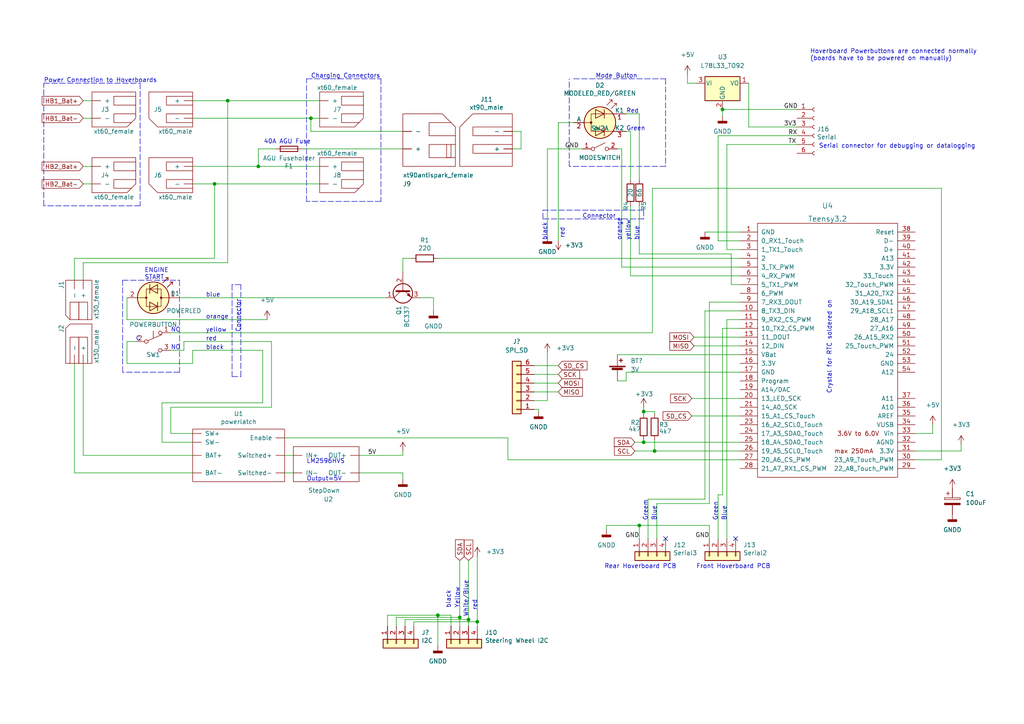
<source format=kicad_sch>
(kicad_sch (version 20211123) (generator eeschema)
  (paper "A4")
  (lib_symbols
    (symbol "Bobbycar_components:StepDown" (pin_names (offset 1.016))
      (property "Reference" "U" (at -1.27 0 0))
      (property "Value" "StepDown" (at 0 6.35 0))
      (symbol "StepDown_0_1"
        (rectangle (start -10.16 5.08) (end 8.89 -5.08))
      )
      (symbol "StepDown_1_1"
        (pin power_in line (at -10.16 2.54 0) (length 2.54) (name "IN+") (number "~"))
        (pin power_in line (at -10.16 -2.54 0) (length 2.54) (name "IN-") (number "~"))
        (pin power_out line (at 8.89 2.54 180) (length 2.54) (name "OUT+") (number "~"))
        (pin power_out line (at 8.89 -2.54 180) (length 2.54) (name "OUT-") (number "~"))
      )
    )
    (symbol "Bobbycar_components:powerlatch" (pin_names (offset 1.016))
      (property "Reference" "U" (at -1.27 6.35 0))
      (property "Value" "powerlatch" (at 0 10.16 0))
      (symbol "powerlatch_0_1"
        (rectangle (start -12.7 8.89) (end 13.97 -6.35))
      )
      (symbol "powerlatch_1_1"
        (pin power_in line (at -12.7 1.27 0) (length 2.54) (name "BAT+") (number "~"))
        (pin power_in line (at -12.7 -3.81 0) (length 2.54) (name "BAT-") (number "~"))
        (pin input line (at 13.97 6.35 180) (length 2.54) (name "Enable") (number "~"))
        (pin input line (at -12.7 7.62 0) (length 2.54) (name "SW+") (number "~"))
        (pin input line (at -12.7 5.08 0) (length 2.54) (name "SW-") (number "~"))
        (pin power_in line (at 13.97 1.27 180) (length 2.54) (name "Switched+") (number "~"))
        (pin power_in line (at 13.97 -3.81 180) (length 2.54) (name "Switched-") (number "~"))
      )
    )
    (symbol "Bobbycar_components:xt30_female" (pin_names (offset 1.016))
      (property "Reference" "J" (at 0 15.24 0))
      (property "Value" "xt30_female" (at 0 12.7 0))
      (symbol "xt30_female_0_1"
        (polyline (pts (xy -2.54 11.43) (xy -2.54 6.35) (xy 0 6.35) (xy 0 11.43)))
        (polyline (pts (xy 0 11.43) (xy 0 6.35) (xy 2.54 6.35) (xy 2.54 11.43)))
      )
      (symbol "xt30_female_1_1"
        (polyline (pts (xy -3.81 0) (xy 3.81 0) (xy 3.81 11.43) (xy -2.54 11.43) (xy -3.81 10.16) (xy -3.81 0)))
        (pin power_out line (at 1.27 0 90) (length 2.54) (name "+") (number "~"))
        (pin power_out line (at -1.27 0 90) (length 2.54) (name "-") (number "~"))
      )
    )
    (symbol "Bobbycar_components:xt30_male" (pin_names (offset 1.016))
      (property "Reference" "J" (at 0 16.51 0))
      (property "Value" "xt30_male" (at 0 13.97 0))
      (symbol "xt30_male_0_1"
        (polyline (pts (xy -2.54 0) (xy -2.54 7.62) (xy 0 7.62) (xy 0 0)))
        (polyline (pts (xy 0 0) (xy 0 7.62) (xy 2.54 7.62) (xy 2.54 0)))
        (polyline (pts (xy -3.81 0) (xy 3.81 0) (xy 3.81 11.43) (xy -2.54 11.43) (xy -3.81 10.16) (xy -3.81 0)))
      )
      (symbol "xt30_male_1_1"
        (pin power_in line (at 1.27 0 90) (length 2.54) (name "+") (number "~"))
        (pin power_in line (at -1.27 0 90) (length 2.54) (name "-") (number "~"))
      )
    )
    (symbol "Bobbycar_components:xt60_female" (pin_names (offset 1.016))
      (property "Reference" "J" (at 0 11.43 0))
      (property "Value" "xt60_female" (at 0 13.97 0))
      (symbol "xt60_female_0_1"
        (polyline (pts (xy -3.81 11.43) (xy -3.81 6.35) (xy -1.27 6.35) (xy -1.27 12.7)))
        (polyline (pts (xy 1.27 12.7) (xy 1.27 6.35) (xy 3.81 6.35) (xy 3.81 12.7)))
      )
      (symbol "xt60_female_1_1"
        (polyline (pts (xy -5.08 0) (xy -5.08 10.16) (xy -2.54 12.7) (xy 5.08 12.7) (xy 5.08 0) (xy -5.08 0)))
        (pin power_out line (at 2.54 0 90) (length 2.54) (name "+") (number "~"))
        (pin power_out line (at -2.54 0 90) (length 2.54) (name "-") (number "~"))
      )
    )
    (symbol "Bobbycar_components:xt60_male" (pin_names (offset 1.016))
      (property "Reference" "J" (at 0 11.43 0))
      (property "Value" "xt60_male" (at 0 13.97 0))
      (symbol "xt60_male_0_1"
        (polyline (pts (xy -3.81 0) (xy -3.81 7.62) (xy -1.27 7.62) (xy -1.27 0)))
        (polyline (pts (xy 1.27 0) (xy 1.27 7.62) (xy 3.81 7.62) (xy 3.81 0)))
        (polyline (pts (xy -5.08 0) (xy -5.08 10.16) (xy -2.54 12.7) (xy 5.08 12.7) (xy 5.08 0) (xy -5.08 0)))
      )
      (symbol "xt60_male_1_1"
        (pin power_in line (at 2.54 0 90) (length 2.54) (name "+") (number "~"))
        (pin power_in line (at -2.54 0 90) (length 2.54) (name "-") (number "~"))
      )
    )
    (symbol "Bobbycar_components:xt90_male" (pin_names (offset 1.016))
      (property "Reference" "J" (at 0 19.05 0))
      (property "Value" "xt90_male" (at 0 16.51 0))
      (symbol "xt90_male_0_1"
        (polyline (pts (xy -3.81 0) (xy -3.81 11.43) (xy -1.27 11.43) (xy -1.27 0)))
        (polyline (pts (xy 1.27 0) (xy 1.27 11.43) (xy 3.81 11.43) (xy 3.81 0)))
      )
      (symbol "xt90_male_1_1"
        (polyline (pts (xy -7.62 0) (xy 7.62 0) (xy 7.62 15.24) (xy -3.81 15.24) (xy -7.62 11.43) (xy -7.62 0)))
        (pin power_in line (at 2.54 0 90) (length 2.54) (name "+") (number "~"))
        (pin power_in line (at -2.54 0 90) (length 2.54) (name "-") (number "~"))
      )
    )
    (symbol "Bobbycar_components:xt90antispark_female" (pin_names (offset 1.016))
      (property "Reference" "J" (at 0 16.51 0))
      (property "Value" "xt90antispark_female" (at 1.27 19.05 0))
      (symbol "xt90antispark_female_0_1"
        (polyline (pts (xy -5.08 13.97) (xy -5.08 7.62) (xy -1.27 7.62) (xy -1.27 15.24)))
        (polyline (pts (xy 1.27 13.97) (xy 5.08 13.97) (xy 5.08 12.7) (xy 1.27 12.7)))
        (polyline (pts (xy 1.27 15.24) (xy 1.27 7.62) (xy 5.08 7.62) (xy 5.08 15.24)))
        (polyline (pts (xy -7.62 0) (xy 7.62 0) (xy 7.62 15.24) (xy -3.81 15.24) (xy -7.62 11.43) (xy -7.62 0)))
      )
      (symbol "xt90antispark_female_1_1"
        (pin power_out line (at 2.54 0 90) (length 2.54) (name "+") (number "~"))
        (pin power_out line (at -2.54 0 90) (length 2.54) (name "-") (number "~"))
      )
    )
    (symbol "Bobbycar_wiring-rescue:LED_Dual_2pin-Device" (pin_names (offset 0) hide)
      (property "Reference" "D" (at 0 5.715 0))
      (property "Value" "LED_Dual_2pin-Device" (at 0 -6.35 0))
      (symbol "LED_Dual_2pin-Device_0_1"
        (circle (center -2.032 0) (radius 0.254) (fill (type outline)))
        (polyline (pts (xy -4.572 0) (xy -2.54 0)))
        (polyline (pts (xy -2.032 0) (xy -2.54 0)))
        (polyline (pts (xy -1.016 3.81) (xy -1.016 1.27)) (stroke (width 0.2032)))
        (polyline (pts (xy 1.27 -1.27) (xy 1.27 -3.81)) (stroke (width 0.2032)))
        (polyline (pts (xy 4.064 0) (xy 2.286 0)) (fill (type outline)))
        (polyline (pts (xy 4.318 5.842) (xy 4.318 5.08)) (stroke (width 0.2032)))
        (polyline (pts (xy 5.588 4.572) (xy 5.588 3.81)) (stroke (width 0.2032)))
        (polyline (pts (xy 2.794 4.318) (xy 4.318 5.842) (xy 3.556 5.842)) (stroke (width 0.2032)))
        (polyline (pts (xy 4.064 3.048) (xy 5.588 4.572) (xy 4.826 4.572)) (stroke (width 0.2032)))
        (polyline (pts (xy -1.016 -1.27) (xy -1.016 -3.81) (xy 1.27 -2.54) (xy -1.016 -1.27)) (stroke (width 0.2032)))
        (polyline (pts (xy 1.27 3.81) (xy 1.27 1.27) (xy -1.016 2.54) (xy 1.27 3.81)) (stroke (width 0.2032)))
        (polyline (pts (xy 2.286 2.54) (xy -2.032 2.54) (xy -2.032 -2.54) (xy 2.286 -2.54) (xy 2.286 2.54)))
        (circle (center 0 0) (radius 4.572) (stroke (width 0.254)) (fill (type background)))
        (circle (center 2.286 0) (radius 0.254) (fill (type outline)))
      )
      (symbol "LED_Dual_2pin-Device_1_1"
        (pin input line (at 7.62 0 180) (length 3.81) (name "KA") (number "1"))
        (pin input line (at -7.62 0 0) (length 3.048) (name "AK") (number "2"))
      )
    )
    (symbol "Bobbycar_wiring-rescue:LED_Dual_CAC-Device" (pin_names (offset 0))
      (property "Reference" "D" (at 0 5.715 0))
      (property "Value" "LED_Dual_CAC-Device" (at 0 -6.35 0))
      (symbol "LED_Dual_CAC-Device_0_1"
        (circle (center -2.54 0) (radius 0.2794) (fill (type outline)))
        (polyline (pts (xy -4.572 0) (xy -2.54 0)))
        (polyline (pts (xy 1.27 -1.27) (xy 1.27 -3.81)) (stroke (width 0.2032)))
        (polyline (pts (xy 1.27 3.81) (xy 1.27 1.27)) (stroke (width 0.2032)))
        (polyline (pts (xy 3.81 -2.54) (xy 1.905 -2.54)))
        (polyline (pts (xy 3.81 2.54) (xy 1.905 2.54)))
        (polyline (pts (xy -1.27 -1.27) (xy -1.27 -3.81) (xy 1.27 -2.54) (xy -1.27 -1.27)) (stroke (width 0.2032)))
        (polyline (pts (xy -1.27 3.81) (xy -1.27 1.27) (xy 1.27 2.54) (xy -1.27 3.81)) (stroke (width 0.2032)))
        (polyline (pts (xy 2.032 2.54) (xy -2.54 2.54) (xy -2.54 -2.54) (xy 2.032 -2.54)))
        (polyline (pts (xy 2.032 5.08) (xy 3.556 6.604) (xy 2.794 6.604) (xy 3.556 6.604) (xy 3.556 5.842)))
        (polyline (pts (xy 3.302 4.064) (xy 4.826 5.588) (xy 4.064 5.588) (xy 4.826 5.588) (xy 4.826 4.826)))
        (circle (center 0 0) (radius 4.572) (stroke (width 0.254)) (fill (type background)))
      )
      (symbol "LED_Dual_CAC-Device_1_1"
        (pin input line (at 7.62 2.54 180) (length 3.81) (name "K1") (number "1"))
        (pin input line (at -7.62 0 0) (length 3.048) (name "A") (number "2"))
        (pin input line (at 7.62 -2.54 180) (length 3.81) (name "K2") (number "3"))
      )
    )
    (symbol "Bobbycar_wiring-rescue:SW_DPST_x2-Switch" (pin_names (offset 0) hide)
      (property "Reference" "SW" (at 0 3.175 0))
      (property "Value" "SW_DPST_x2-Switch" (at 0 -2.54 0))
      (symbol "SW_DPST_x2-Switch_0_0"
        (circle (center -2.032 0) (radius 0.508))
        (polyline (pts (xy -1.524 0.254) (xy 1.524 1.778)))
        (circle (center 2.032 0) (radius 0.508))
      )
      (symbol "SW_DPST_x2-Switch_1_1"
        (pin passive line (at -5.08 0 0) (length 2.54) (name "A") (number "1"))
        (pin passive line (at 5.08 0 180) (length 2.54) (name "B") (number "2"))
      )
      (symbol "SW_DPST_x2-Switch_2_1"
        (pin input line (at -5.08 0 0) (length 2.54) (name "A") (number "3"))
        (pin input line (at 5.08 0 180) (length 2.54) (name "B") (number "4"))
      )
    )
    (symbol "Connector:Conn_01x06_Female" (pin_names (offset 1.016) hide)
      (property "Reference" "J" (at 0 7.62 0))
      (property "Value" "Conn_01x06_Female" (at 0 -10.16 0))
      (symbol "Conn_01x06_Female_1_1"
        (arc (start 0 -7.112) (mid -0.508 -7.62) (end 0 -8.128) (stroke (width 0.1524)))
        (arc (start 0 -4.572) (mid -0.508 -5.08) (end 0 -5.588) (stroke (width 0.1524)))
        (arc (start 0 -2.032) (mid -0.508 -2.54) (end 0 -3.048) (stroke (width 0.1524)))
        (polyline (pts (xy -1.27 -7.62) (xy -0.508 -7.62)) (stroke (width 0.1524)))
        (polyline (pts (xy -1.27 -5.08) (xy -0.508 -5.08)) (stroke (width 0.1524)))
        (polyline (pts (xy -1.27 -2.54) (xy -0.508 -2.54)) (stroke (width 0.1524)))
        (polyline (pts (xy -1.27 0) (xy -0.508 0)) (stroke (width 0.1524)))
        (polyline (pts (xy -1.27 2.54) (xy -0.508 2.54)) (stroke (width 0.1524)))
        (polyline (pts (xy -1.27 5.08) (xy -0.508 5.08)) (stroke (width 0.1524)))
        (arc (start 0 0.508) (mid -0.508 0) (end 0 -0.508) (stroke (width 0.1524)))
        (arc (start 0 3.048) (mid -0.508 2.54) (end 0 2.032) (stroke (width 0.1524)))
        (arc (start 0 5.588) (mid -0.508 5.08) (end 0 4.572) (stroke (width 0.1524)))
        (pin passive line (at -5.08 5.08 0) (length 3.81) (name "Pin_1") (number "1"))
        (pin passive line (at -5.08 2.54 0) (length 3.81) (name "Pin_2") (number "2"))
        (pin passive line (at -5.08 0 0) (length 3.81) (name "Pin_3") (number "3"))
        (pin passive line (at -5.08 -2.54 0) (length 3.81) (name "Pin_4") (number "4"))
        (pin passive line (at -5.08 -5.08 0) (length 3.81) (name "Pin_5") (number "5"))
        (pin passive line (at -5.08 -7.62 0) (length 3.81) (name "Pin_6") (number "6"))
      )
    )
    (symbol "Connector_Generic:Conn_01x04" (pin_names (offset 1.016) hide)
      (property "Reference" "J" (at 0 5.08 0))
      (property "Value" "Conn_01x04" (at 0 -7.62 0))
      (symbol "Conn_01x04_1_1"
        (rectangle (start -1.27 -4.953) (end 0 -5.207) (stroke (width 0.1524)))
        (rectangle (start -1.27 -2.413) (end 0 -2.667) (stroke (width 0.1524)))
        (rectangle (start -1.27 0.127) (end 0 -0.127) (stroke (width 0.1524)))
        (rectangle (start -1.27 2.667) (end 0 2.413) (stroke (width 0.1524)))
        (rectangle (start -1.27 3.81) (end 1.27 -6.35) (stroke (width 0.254)) (fill (type background)))
        (pin passive line (at -5.08 2.54 0) (length 3.81) (name "Pin_1") (number "1"))
        (pin passive line (at -5.08 0 0) (length 3.81) (name "Pin_2") (number "2"))
        (pin passive line (at -5.08 -2.54 0) (length 3.81) (name "Pin_3") (number "3"))
        (pin passive line (at -5.08 -5.08 0) (length 3.81) (name "Pin_4") (number "4"))
      )
    )
    (symbol "Connector_Generic:Conn_01x06" (pin_names (offset 1.016) hide)
      (property "Reference" "J" (at 0 7.62 0))
      (property "Value" "Conn_01x06" (at 0 -10.16 0))
      (symbol "Conn_01x06_1_1"
        (rectangle (start -1.27 -7.493) (end 0 -7.747) (stroke (width 0.1524)))
        (rectangle (start -1.27 -4.953) (end 0 -5.207) (stroke (width 0.1524)))
        (rectangle (start -1.27 -2.413) (end 0 -2.667) (stroke (width 0.1524)))
        (rectangle (start -1.27 0.127) (end 0 -0.127) (stroke (width 0.1524)))
        (rectangle (start -1.27 2.667) (end 0 2.413) (stroke (width 0.1524)))
        (rectangle (start -1.27 5.207) (end 0 4.953) (stroke (width 0.1524)))
        (rectangle (start -1.27 6.35) (end 1.27 -8.89) (stroke (width 0.254)) (fill (type background)))
        (pin passive line (at -5.08 5.08 0) (length 3.81) (name "Pin_1") (number "1"))
        (pin passive line (at -5.08 2.54 0) (length 3.81) (name "Pin_2") (number "2"))
        (pin passive line (at -5.08 0 0) (length 3.81) (name "Pin_3") (number "3"))
        (pin passive line (at -5.08 -2.54 0) (length 3.81) (name "Pin_4") (number "4"))
        (pin passive line (at -5.08 -5.08 0) (length 3.81) (name "Pin_5") (number "5"))
        (pin passive line (at -5.08 -7.62 0) (length 3.81) (name "Pin_6") (number "6"))
      )
    )
    (symbol "Device:Battery_Cell" (pin_numbers hide) (pin_names (offset 0) hide)
      (property "Reference" "BT" (at 2.54 2.54 0))
      (property "Value" "Battery_Cell" (at 2.54 0 0))
      (symbol "Battery_Cell_0_1"
        (rectangle (start -2.286 1.778) (end 2.286 1.524) (fill (type outline)))
        (rectangle (start -1.5748 1.1938) (end 1.4732 0.6858) (fill (type outline)))
        (polyline (pts (xy 0 0.762) (xy 0 0)))
        (polyline (pts (xy 0 1.778) (xy 0 2.54)))
        (polyline (pts (xy 0.508 3.429) (xy 1.524 3.429)) (stroke (width 0.254)))
        (polyline (pts (xy 1.016 3.937) (xy 1.016 2.921)) (stroke (width 0.254)))
      )
      (symbol "Battery_Cell_1_1"
        (pin passive line (at 0 5.08 270) (length 2.54) (name "+") (number "1"))
        (pin passive line (at 0 -2.54 90) (length 2.54) (name "-") (number "2"))
      )
    )
    (symbol "Device:C_Polarized" (pin_numbers hide) (pin_names (offset 0.254))
      (property "Reference" "C" (at 0.635 2.54 0))
      (property "Value" "C_Polarized" (at 0.635 -2.54 0))
      (symbol "C_Polarized_0_1"
        (rectangle (start -2.286 0.508) (end 2.286 1.016))
        (polyline (pts (xy -1.778 2.286) (xy -0.762 2.286)))
        (polyline (pts (xy -1.27 2.794) (xy -1.27 1.778)))
        (rectangle (start 2.286 -0.508) (end -2.286 -1.016) (fill (type outline)))
      )
      (symbol "C_Polarized_1_1"
        (pin passive line (at 0 3.81 270) (length 2.794) (name "~") (number "1"))
        (pin passive line (at 0 -3.81 90) (length 2.794) (name "~") (number "2"))
      )
    )
    (symbol "Device:Fuse" (pin_numbers hide) (pin_names (offset 0))
      (property "Reference" "F" (at 2.032 0 90))
      (property "Value" "Fuse" (at -1.905 0 90))
      (symbol "Fuse_0_1"
        (rectangle (start -0.762 -2.54) (end 0.762 2.54) (stroke (width 0.254)))
        (polyline (pts (xy 0 2.54) (xy 0 -2.54)))
      )
      (symbol "Fuse_1_1"
        (pin passive line (at 0 3.81 270) (length 1.27) (name "~") (number "1"))
        (pin passive line (at 0 -3.81 90) (length 1.27) (name "~") (number "2"))
      )
    )
    (symbol "Device:R" (pin_numbers hide) (pin_names (offset 0))
      (property "Reference" "R" (at 2.032 0 90))
      (property "Value" "R" (at 0 0 90))
      (symbol "R_0_1"
        (rectangle (start -1.016 -2.54) (end 1.016 2.54) (stroke (width 0.254)))
      )
      (symbol "R_1_1"
        (pin passive line (at 0 3.81 270) (length 1.27) (name "~") (number "1"))
        (pin passive line (at 0 -3.81 90) (length 1.27) (name "~") (number "2"))
      )
    )
    (symbol "Regulator_Linear:L78L33_TO92" (pin_names (offset 0.254))
      (property "Reference" "U" (at -3.81 3.175 0))
      (property "Value" "L78L33_TO92" (at 0 3.175 0))
      (symbol "L78L33_TO92_0_1"
        (rectangle (start -5.08 -5.08) (end 5.08 1.905) (stroke (width 0.254)) (fill (type background)))
      )
      (symbol "L78L33_TO92_1_1"
        (pin power_out line (at 7.62 0 180) (length 2.54) (name "VO") (number "1"))
        (pin power_in line (at 0 -7.62 90) (length 2.54) (name "GND") (number "2"))
        (pin power_in line (at -7.62 0 0) (length 2.54) (name "VI") (number "3"))
      )
    )
    (symbol "Switch:SW_Push_SPDT" (pin_names (offset 0) hide)
      (property "Reference" "SW" (at 0 4.318 0))
      (property "Value" "SW_Push_SPDT" (at 0 -5.08 0))
      (symbol "SW_Push_SPDT_0_0"
        (circle (center -2.032 0) (radius 0.508))
        (polyline (pts (xy 0 1.016) (xy 0 3.048)))
        (circle (center 2.032 -2.54) (radius 0.508))
      )
      (symbol "SW_Push_SPDT_0_1"
        (polyline (pts (xy -1.524 0.254) (xy 2.54 2.032)))
        (circle (center 2.032 2.54) (radius 0.508))
      )
      (symbol "SW_Push_SPDT_1_1"
        (pin passive line (at 5.08 2.54 180) (length 2.54) (name "A") (number "1"))
        (pin passive line (at -5.08 0 0) (length 2.54) (name "B") (number "2"))
        (pin passive line (at 5.08 -2.54 180) (length 2.54) (name "C") (number "3"))
      )
    )
    (symbol "Transistor_BJT:BC337" (pin_names (offset 0) hide)
      (property "Reference" "Q" (at 5.08 1.905 0))
      (property "Value" "BC337" (at 5.08 0 0))
      (symbol "BC337_0_1"
        (polyline (pts (xy 0 0) (xy 0.635 0)))
        (polyline (pts (xy 0.635 0.635) (xy 2.54 2.54)))
        (polyline (pts (xy 0.635 -0.635) (xy 2.54 -2.54) (xy 2.54 -2.54)))
        (polyline (pts (xy 0.635 1.905) (xy 0.635 -1.905) (xy 0.635 -1.905)) (stroke (width 0.508)))
        (polyline (pts (xy 1.27 -1.778) (xy 1.778 -1.27) (xy 2.286 -2.286) (xy 1.27 -1.778) (xy 1.27 -1.778)) (fill (type outline)))
        (circle (center 1.27 0) (radius 2.8194) (stroke (width 0.254)))
      )
      (symbol "BC337_1_1"
        (pin passive line (at 2.54 5.08 270) (length 2.54) (name "C") (number "1"))
        (pin input line (at -5.08 0 0) (length 5.08) (name "B") (number "2"))
        (pin passive line (at 2.54 -5.08 90) (length 2.54) (name "E") (number "3"))
      )
    )
    (symbol "power:+3V3" (power) (pin_names (offset 0))
      (property "Value" "+3V3" (at 0 3.556 0))
      (symbol "+3V3_0_1"
        (polyline (pts (xy -0.762 1.27) (xy 0 2.54)))
        (polyline (pts (xy 0 0) (xy 0 2.54)))
        (polyline (pts (xy 0 2.54) (xy 0.762 1.27)))
      )
      (symbol "+3V3_1_1"
        (pin power_in line (at 0 0 90) (length 0) hide (name "+3V3") (number "1"))
      )
    )
    (symbol "power:+5V" (power) (pin_names (offset 0))
      (property "Value" "+5V" (at 0 3.556 0))
      (symbol "+5V_0_1"
        (polyline (pts (xy -0.762 1.27) (xy 0 2.54)))
        (polyline (pts (xy 0 0) (xy 0 2.54)))
        (polyline (pts (xy 0 2.54) (xy 0.762 1.27)))
      )
      (symbol "+5V_1_1"
        (pin power_in line (at 0 0 90) (length 0) hide (name "+5V") (number "1"))
      )
    )
    (symbol "power:GNDD" (power) (pin_names (offset 0))
      (property "Value" "GNDD" (at 0 -3.175 0))
      (symbol "GNDD_0_1"
        (rectangle (start -1.27 -1.524) (end 1.27 -2.032) (stroke (width 0.254)) (fill (type outline)))
        (polyline (pts (xy 0 0) (xy 0 -1.524)))
      )
      (symbol "GNDD_1_1"
        (pin power_in line (at 0 0 270) (length 0) hide (name "GNDD") (number "1"))
      )
    )
    (symbol "teensy:Teensy3.2" (pin_names (offset 1.016))
      (property "Reference" "U" (at 0 39.37 0))
      (property "Value" "Teensy3.2" (at 0 -39.37 0))
      (symbol "Teensy3.2_0_0"
        (text "3.6V to 6.0V" (at 8.89 -24.13 0) (effects (font (size 1.27 1.27))))
        (text "max 250mA" (at 7.62 -29.21 0) (effects (font (size 1.27 1.27))))
      )
      (symbol "Teensy3.2_0_1"
        (rectangle (start -20.32 -36.83) (end 20.32 36.83))
      )
      (symbol "Teensy3.2_1_1"
        (pin power_in line (at -25.4 34.29 0) (length 5.08) (name "GND") (number "1"))
        (pin bidirectional line (at -25.4 11.43 0) (length 5.08) (name "8_TX3_DIN") (number "10"))
        (pin bidirectional line (at -25.4 8.89 0) (length 5.08) (name "9_RX2_CS_PWM") (number "11"))
        (pin bidirectional line (at -25.4 6.35 0) (length 5.08) (name "10_TX2_CS_PWM") (number "12"))
        (pin bidirectional line (at -25.4 3.81 0) (length 5.08) (name "11_DOUT") (number "13"))
        (pin bidirectional line (at -25.4 1.27 0) (length 5.08) (name "12_DIN") (number "14"))
        (pin power_in line (at -25.4 -1.27 0) (length 5.08) (name "VBat") (number "15"))
        (pin power_out line (at -25.4 -3.81 0) (length 5.08) (name "3.3V") (number "16"))
        (pin power_in line (at -25.4 -6.35 0) (length 5.08) (name "GND") (number "17"))
        (pin input line (at -25.4 -8.89 0) (length 5.08) (name "Program") (number "18"))
        (pin bidirectional line (at -25.4 -11.43 0) (length 5.08) (name "A14/DAC") (number "19"))
        (pin bidirectional line (at -25.4 31.75 0) (length 5.08) (name "0_RX1_Touch") (number "2"))
        (pin bidirectional line (at -25.4 -13.97 0) (length 5.08) (name "13_LED_SCK") (number "20"))
        (pin bidirectional line (at -25.4 -16.51 0) (length 5.08) (name "14_A0_SCK") (number "21"))
        (pin bidirectional line (at -25.4 -19.05 0) (length 5.08) (name "15_A1_CS_Touch") (number "22"))
        (pin bidirectional line (at -25.4 -21.59 0) (length 5.08) (name "16_A2_SCL0_Touch") (number "23"))
        (pin bidirectional line (at -25.4 -24.13 0) (length 5.08) (name "17_A3_SDA0_Touch") (number "24"))
        (pin bidirectional line (at -25.4 -26.67 0) (length 5.08) (name "18_A4_SDA0_Touch") (number "25"))
        (pin bidirectional line (at -25.4 -29.21 0) (length 5.08) (name "19_A5_SCL0_Touch") (number "26"))
        (pin bidirectional line (at -25.4 -31.75 0) (length 5.08) (name "20_A6_CS_PWM") (number "27"))
        (pin bidirectional line (at -25.4 -34.29 0) (length 5.08) (name "21_A7_RX1_CS_PWM") (number "28"))
        (pin bidirectional line (at 25.4 -34.29 180) (length 5.08) (name "22_A8_Touch_PWM") (number "29"))
        (pin bidirectional line (at -25.4 29.21 0) (length 5.08) (name "1_TX1_Touch") (number "3"))
        (pin bidirectional line (at 25.4 -31.75 180) (length 5.08) (name "23_A9_Touch_PWM") (number "30"))
        (pin power_out line (at 25.4 -29.21 180) (length 5.08) (name "3.3V") (number "31"))
        (pin power_out line (at 25.4 -26.67 180) (length 5.08) (name "AGND") (number "32"))
        (pin power_in line (at 25.4 -24.13 180) (length 5.08) (name "Vin") (number "33"))
        (pin power_in line (at 25.4 -21.59 180) (length 5.08) (name "VUSB") (number "34"))
        (pin input line (at 25.4 -19.05 180) (length 5.08) (name "AREF") (number "35"))
        (pin bidirectional line (at 25.4 -16.51 180) (length 5.08) (name "A10") (number "36"))
        (pin bidirectional line (at 25.4 -13.97 180) (length 5.08) (name "A11") (number "37"))
        (pin input line (at 25.4 34.29 180) (length 5.08) (name "Reset") (number "38"))
        (pin bidirectional line (at 25.4 31.75 180) (length 5.08) (name "D-") (number "39"))
        (pin bidirectional line (at -25.4 26.67 0) (length 5.08) (name "2") (number "4"))
        (pin bidirectional line (at 25.4 29.21 180) (length 5.08) (name "D+") (number "40"))
        (pin bidirectional line (at 25.4 26.67 180) (length 5.08) (name "A13") (number "41"))
        (pin power_out line (at 25.4 24.13 180) (length 5.08) (name "3.3V") (number "42"))
        (pin bidirectional line (at 25.4 21.59 180) (length 5.08) (name "33_Touch") (number "43"))
        (pin bidirectional line (at 25.4 19.05 180) (length 5.08) (name "32_Touch_PWM") (number "44"))
        (pin bidirectional line (at 25.4 16.51 180) (length 5.08) (name "31_A20_TX2") (number "45"))
        (pin bidirectional line (at 25.4 13.97 180) (length 5.08) (name "30_A19_SDA1") (number "46"))
        (pin bidirectional line (at 25.4 11.43 180) (length 5.08) (name "29_A18_SCL1") (number "47"))
        (pin bidirectional line (at 25.4 8.89 180) (length 5.08) (name "28_A17") (number "48"))
        (pin bidirectional line (at 25.4 6.35 180) (length 5.08) (name "27_A16") (number "49"))
        (pin bidirectional line (at -25.4 24.13 0) (length 5.08) (name "3_TX_PWM") (number "5"))
        (pin bidirectional line (at 25.4 3.81 180) (length 5.08) (name "26_A15_RX2") (number "50"))
        (pin bidirectional line (at 25.4 1.27 180) (length 5.08) (name "25_Touch_PWM") (number "51"))
        (pin bidirectional line (at 25.4 -1.27 180) (length 5.08) (name "24") (number "52"))
        (pin power_in line (at 25.4 -3.81 180) (length 5.08) (name "GND") (number "53"))
        (pin bidirectional line (at 25.4 -6.35 180) (length 5.08) (name "A12") (number "54"))
        (pin bidirectional line (at -25.4 21.59 0) (length 5.08) (name "4_RX_PWM") (number "6"))
        (pin bidirectional line (at -25.4 19.05 0) (length 5.08) (name "5_TX1_PWM") (number "7"))
        (pin bidirectional line (at -25.4 16.51 0) (length 5.08) (name "6_PWM") (number "8"))
        (pin bidirectional line (at -25.4 13.97 0) (length 5.08) (name "7_RX3_DOUT") (number "9"))
      )
    )
  )
  (junction (at 62.23 53.34))
  (junction (at 135.89 179.705))
  (junction (at 186.69 128.27))
  (junction (at 90.17 34.29))
  (junction (at 185.42 152.4))
  (junction (at 186.69 119.38))
  (junction (at 127 178.435))
  (junction (at 74.93 48.26))
  (junction (at 189.865 130.81))
  (junction (at 209.55 31.75))
  (junction (at 138.43 180.34))
  (junction (at 133.35 179.07))
  (junction (at 66.04 29.21))
  (no_connect (at 213.36 156.21))
  (no_connect (at 193.04 156.21))
  (wire (pts (xy 85.09 132.08) (xy 82.55 132.08)))
  (wire (pts (xy 55.88 101.6) (xy 76.2 101.6)))
  (wire (pts (xy 62.23 53.34) (xy 62.23 74.93)))
  (wire (pts (xy 158.75 43.18) (xy 158.75 68.58)))
  (wire (pts (xy 181.61 38.1) (xy 182.88 38.1)))
  (wire (pts (xy 151.13 43.18) (xy 148.59 43.18)))
  (wire (pts (xy 74.93 43.18) (xy 74.93 48.26)))
  (wire (pts (xy 127 178.435) (xy 112.395 178.435)))
  (polyline (pts (xy 12.7 59.69) (xy 12.7 24.13)))
  (wire (pts (xy 265.43 125.73) (xy 270.51 125.73)))
  (wire (pts (xy 133.35 162.56) (xy 133.35 179.07)))
  (wire (pts (xy 135.89 162.56) (xy 135.89 179.705)))
  (wire (pts (xy 189.865 119.38) (xy 189.865 120.015)))
  (wire (pts (xy 49.53 118.11) (xy 49.53 125.73)))
  (wire (pts (xy 55.88 125.73) (xy 49.53 125.73)))
  (polyline (pts (xy 67.31 82.55) (xy 67.31 109.22)))
  (wire (pts (xy 21.59 137.16) (xy 21.59 105.41)))
  (wire (pts (xy 26.67 53.34) (xy 24.13 53.34)))
  (wire (pts (xy 24.13 48.26) (xy 26.67 48.26)))
  (wire (pts (xy 186.69 118.11) (xy 186.69 119.38)))
  (wire (pts (xy 265.43 130.81) (xy 278.765 130.81)))
  (wire (pts (xy 209.55 95.25) (xy 209.55 143.51)))
  (wire (pts (xy 66.04 29.21) (xy 66.04 76.2)))
  (wire (pts (xy 127 74.93) (xy 214.63 74.93)))
  (polyline (pts (xy 52.07 81.28) (xy 52.07 107.95)))
  (wire (pts (xy 214.63 82.55) (xy 212.09 82.55)))
  (wire (pts (xy 212.09 73.66) (xy 185.42 73.66)))
  (polyline (pts (xy 186.69 60.96) (xy 186.69 63.5)))
  (wire (pts (xy 112.395 178.435) (xy 112.395 181.61)))
  (wire (pts (xy 154.94 118.745) (xy 156.21 118.745)))
  (polyline (pts (xy 40.64 24.13) (xy 40.64 59.69)))
  (wire (pts (xy 148.59 38.1) (xy 151.13 38.1)))
  (wire (pts (xy 161.925 35.56) (xy 161.925 69.85)))
  (wire (pts (xy 55.88 105.41) (xy 55.88 101.6)))
  (wire (pts (xy 185.42 152.4) (xy 185.42 156.21)))
  (wire (pts (xy 209.55 31.75) (xy 209.55 33.655)))
  (wire (pts (xy 209.55 143.51) (xy 208.28 143.51)))
  (wire (pts (xy 62.23 53.34) (xy 92.71 53.34)))
  (wire (pts (xy 24.13 76.2) (xy 24.13 81.28)))
  (wire (pts (xy 158.75 43.18) (xy 168.91 43.18)))
  (wire (pts (xy 154.94 108.585) (xy 161.925 108.585)))
  (wire (pts (xy 78.74 118.11) (xy 49.53 118.11)))
  (wire (pts (xy 154.94 111.125) (xy 161.925 111.125)))
  (wire (pts (xy 199.39 24.13) (xy 199.39 21.59)))
  (wire (pts (xy 24.13 132.08) (xy 55.88 132.08)))
  (wire (pts (xy 76.2 101.6) (xy 76.2 116.84)))
  (wire (pts (xy 87.63 43.18) (xy 116.84 43.18)))
  (wire (pts (xy 66.04 29.21) (xy 92.71 29.21)))
  (wire (pts (xy 135.89 179.705) (xy 117.475 179.705)))
  (polyline (pts (xy 157.48 60.96) (xy 186.69 60.96)))
  (wire (pts (xy 270.51 125.73) (xy 270.51 123.19)))
  (wire (pts (xy 214.63 77.47) (xy 180.34 77.47)))
  (wire (pts (xy 278.765 130.81) (xy 278.765 128.905)))
  (wire (pts (xy 90.17 38.1) (xy 90.17 34.29)))
  (wire (pts (xy 205.74 146.05) (xy 205.74 87.63)))
  (wire (pts (xy 116.84 130.81) (xy 116.84 132.08)))
  (wire (pts (xy 190.5 156.21) (xy 190.5 146.05)))
  (wire (pts (xy 214.63 133.35) (xy 147.32 133.35)))
  (wire (pts (xy 184.15 128.27) (xy 186.69 128.27)))
  (wire (pts (xy 133.35 179.07) (xy 133.35 181.61)))
  (wire (pts (xy 189.23 54.61) (xy 189.23 96.52)))
  (wire (pts (xy 36.83 92.71) (xy 36.83 86.36)))
  (wire (pts (xy 119.38 74.93) (xy 116.84 74.93)))
  (wire (pts (xy 130.81 178.435) (xy 127 178.435)))
  (wire (pts (xy 205.74 152.4) (xy 205.74 156.21)))
  (wire (pts (xy 36.83 99.06) (xy 36.83 105.41)))
  (wire (pts (xy 76.2 116.84) (xy 46.99 116.84)))
  (wire (pts (xy 116.84 74.93) (xy 116.84 78.74)))
  (wire (pts (xy 138.43 180.34) (xy 138.43 181.61)))
  (wire (pts (xy 120.015 181.61) (xy 120.015 180.34)))
  (wire (pts (xy 217.17 24.13) (xy 217.17 36.83)))
  (wire (pts (xy 55.88 29.21) (xy 66.04 29.21)))
  (wire (pts (xy 24.13 29.21) (xy 26.67 29.21)))
  (wire (pts (xy 117.475 179.705) (xy 117.475 181.61)))
  (wire (pts (xy 182.88 59.69) (xy 182.88 80.01)))
  (wire (pts (xy 209.55 31.75) (xy 231.14 31.75)))
  (polyline (pts (xy 69.85 109.22) (xy 69.85 82.55)))
  (wire (pts (xy 182.88 38.1) (xy 182.88 52.07)))
  (wire (pts (xy 208.28 69.85) (xy 208.28 39.37)))
  (wire (pts (xy 204.47 90.17) (xy 204.47 144.78)))
  (wire (pts (xy 55.88 137.16) (xy 21.59 137.16)))
  (wire (pts (xy 208.28 39.37) (xy 231.14 39.37)))
  (wire (pts (xy 78.74 99.06) (xy 78.74 118.11)))
  (wire (pts (xy 175.895 152.4) (xy 185.42 152.4)))
  (polyline (pts (xy 165.1 48.26) (xy 165.1 22.86)))
  (wire (pts (xy 36.83 99.06) (xy 39.37 99.06)))
  (wire (pts (xy 125.73 86.36) (xy 125.73 90.17)))
  (wire (pts (xy 204.47 67.31) (xy 214.63 67.31)))
  (wire (pts (xy 214.63 90.17) (xy 204.47 90.17)))
  (wire (pts (xy 187.96 156.21) (xy 187.96 144.78)))
  (wire (pts (xy 186.69 119.38) (xy 189.865 119.38)))
  (wire (pts (xy 80.01 43.18) (xy 74.93 43.18)))
  (wire (pts (xy 189.865 130.81) (xy 214.63 130.81)))
  (wire (pts (xy 180.34 43.18) (xy 180.34 77.47)))
  (wire (pts (xy 161.925 35.56) (xy 166.37 35.56)))
  (wire (pts (xy 74.93 48.26) (xy 92.71 48.26)))
  (polyline (pts (xy 52.07 107.95) (xy 35.56 107.95)))
  (polyline (pts (xy 67.31 109.22) (xy 69.85 109.22)))
  (wire (pts (xy 265.43 133.35) (xy 273.05 133.35)))
  (polyline (pts (xy 40.64 59.69) (xy 12.7 59.69)))
  (wire (pts (xy 181.61 33.02) (xy 185.42 33.02)))
  (wire (pts (xy 52.07 86.36) (xy 111.76 86.36)))
  (polyline (pts (xy 88.9 22.86) (xy 110.49 22.86)))
  (wire (pts (xy 114.935 179.07) (xy 133.35 179.07)))
  (wire (pts (xy 36.83 92.71) (xy 77.47 92.71)))
  (wire (pts (xy 46.99 116.84) (xy 46.99 128.27)))
  (wire (pts (xy 181.61 110.49) (xy 179.07 110.49)))
  (wire (pts (xy 114.935 181.61) (xy 114.935 179.07)))
  (wire (pts (xy 55.88 48.26) (xy 74.93 48.26)))
  (wire (pts (xy 179.07 43.18) (xy 180.34 43.18)))
  (wire (pts (xy 151.13 38.1) (xy 151.13 43.18)))
  (wire (pts (xy 53.34 99.06) (xy 78.74 99.06)))
  (wire (pts (xy 154.94 116.205) (xy 158.75 116.205)))
  (wire (pts (xy 21.59 74.93) (xy 62.23 74.93)))
  (wire (pts (xy 201.295 97.79) (xy 214.63 97.79)))
  (wire (pts (xy 181.61 107.95) (xy 181.61 110.49)))
  (wire (pts (xy 82.55 127) (xy 147.32 127)))
  (wire (pts (xy 55.88 53.34) (xy 62.23 53.34)))
  (polyline (pts (xy 35.56 81.28) (xy 52.07 81.28)))
  (wire (pts (xy 204.47 144.78) (xy 187.96 144.78)))
  (polyline (pts (xy 35.56 107.95) (xy 35.56 81.28)))
  (wire (pts (xy 190.5 146.05) (xy 205.74 146.05)))
  (wire (pts (xy 179.07 102.87) (xy 214.63 102.87)))
  (polyline (pts (xy 193.04 22.86) (xy 193.04 48.26)))
  (wire (pts (xy 214.63 80.01) (xy 182.88 80.01)))
  (wire (pts (xy 185.42 33.02) (xy 185.42 52.07)))
  (polyline (pts (xy 186.69 63.5) (xy 157.48 63.5)))
  (polyline (pts (xy 110.49 22.86) (xy 110.49 58.42)))
  (wire (pts (xy 120.015 180.34) (xy 138.43 180.34)))
  (wire (pts (xy 85.09 137.16) (xy 82.55 137.16)))
  (polyline (pts (xy 110.49 58.42) (xy 88.9 58.42)))
  (wire (pts (xy 200.66 120.65) (xy 214.63 120.65)))
  (wire (pts (xy 104.14 132.08) (xy 116.84 132.08)))
  (wire (pts (xy 46.99 128.27) (xy 55.88 128.27)))
  (wire (pts (xy 201.295 100.33) (xy 214.63 100.33)))
  (wire (pts (xy 175.895 152.4) (xy 175.895 153.67)))
  (wire (pts (xy 205.74 87.63) (xy 214.63 87.63)))
  (wire (pts (xy 210.82 92.71) (xy 210.82 156.21)))
  (wire (pts (xy 210.82 41.91) (xy 210.82 72.39)))
  (wire (pts (xy 217.17 36.83) (xy 231.14 36.83)))
  (wire (pts (xy 186.69 119.38) (xy 186.69 120.015)))
  (wire (pts (xy 138.43 161.29) (xy 138.43 180.34)))
  (wire (pts (xy 201.93 24.13) (xy 199.39 24.13)))
  (wire (pts (xy 184.15 130.81) (xy 189.865 130.81)))
  (wire (pts (xy 273.05 54.61) (xy 189.23 54.61)))
  (wire (pts (xy 154.94 106.045) (xy 161.925 106.045)))
  (wire (pts (xy 49.53 96.52) (xy 189.23 96.52)))
  (wire (pts (xy 154.94 113.665) (xy 161.925 113.665)))
  (wire (pts (xy 185.42 152.4) (xy 205.74 152.4)))
  (wire (pts (xy 200.66 115.57) (xy 214.63 115.57)))
  (wire (pts (xy 147.32 133.35) (xy 147.32 127)))
  (polyline (pts (xy 69.85 82.55) (xy 67.31 82.55)))
  (wire (pts (xy 49.53 101.6) (xy 53.34 101.6)))
  (wire (pts (xy 214.63 69.85) (xy 208.28 69.85)))
  (wire (pts (xy 156.21 118.745) (xy 156.21 119.38)))
  (wire (pts (xy 208.28 143.51) (xy 208.28 156.21)))
  (wire (pts (xy 24.13 105.41) (xy 24.13 132.08)))
  (wire (pts (xy 210.82 92.71) (xy 214.63 92.71)))
  (wire (pts (xy 214.63 95.25) (xy 209.55 95.25)))
  (polyline (pts (xy 193.04 48.26) (xy 165.1 48.26)))
  (wire (pts (xy 36.83 105.41) (xy 55.88 105.41)))
  (polyline (pts (xy 157.48 63.5) (xy 157.48 60.96)))
  (polyline (pts (xy 12.7 24.13) (xy 40.64 24.13)))
  (wire (pts (xy 121.92 86.36) (xy 125.73 86.36)))
  (wire (pts (xy 104.14 137.16) (xy 116.84 137.16)))
  (wire (pts (xy 116.84 38.1) (xy 90.17 38.1)))
  (wire (pts (xy 210.82 41.91) (xy 231.14 41.91)))
  (wire (pts (xy 127 178.435) (xy 127 187.325)))
  (wire (pts (xy 186.69 127.635) (xy 186.69 128.27)))
  (wire (pts (xy 116.84 137.16) (xy 116.84 139.065)))
  (wire (pts (xy 24.13 76.2) (xy 66.04 76.2)))
  (wire (pts (xy 212.09 82.55) (xy 212.09 73.66)))
  (wire (pts (xy 158.75 102.235) (xy 158.75 116.205)))
  (wire (pts (xy 26.67 34.29) (xy 24.13 34.29)))
  (polyline (pts (xy 166.37 22.86) (xy 193.04 22.86)))
  (wire (pts (xy 135.89 179.705) (xy 135.89 181.61)))
  (wire (pts (xy 55.88 34.29) (xy 90.17 34.29)))
  (wire (pts (xy 53.34 101.6) (xy 53.34 99.06)))
  (wire (pts (xy 210.82 72.39) (xy 214.63 72.39)))
  (polyline (pts (xy 88.9 58.42) (xy 88.9 22.86)))
  (wire (pts (xy 185.42 59.69) (xy 185.42 73.66)))
  (wire (pts (xy 21.59 81.28) (xy 21.59 74.93)))
  (wire (pts (xy 189.865 127.635) (xy 189.865 130.81)))
  (wire (pts (xy 273.05 133.35) (xy 273.05 54.61)))
  (wire (pts (xy 186.69 128.27) (xy 214.63 128.27)))
  (wire (pts (xy 90.17 34.29) (xy 92.71 34.29)))
  (wire (pts (xy 130.81 178.435) (xy 130.81 181.61)))
  (wire (pts (xy 214.63 107.95) (xy 181.61 107.95)))
  (text "40A AGU Fuse" (at 90.17 41.91 180) (effects (font (size 1.27 1.27)) (justify right bottom)))
  (text "black" (at 158.75 69.85 90) (effects (font (size 1.27 1.27)) (justify left bottom)))
  (text "Front Hoverboard PCB" (at 201.93 165.1 0) (effects (font (size 1.27 1.27)) (justify left bottom)))
  (text "orange" (at 180.34 69.85 90) (effects (font (size 1.27 1.27)) (justify left bottom)))
  (text "Hoverboard Powerbuttons are connected normally\n(boards have to be powered on manually)" (at 234.95 17.78 0) (effects (font (size 1.27 1.27)) (justify left bottom)))
  (text "Connector" (at 168.91 63.5 0) (effects (font (size 1.27 1.27)) (justify left bottom)))
  (text "red" (at 59.69 99.06 0) (effects (font (size 1.27 1.27)) (justify left bottom)))
  (text "yellow" (at 59.69 96.52 0) (effects (font (size 1.27 1.27)) (justify left bottom)))
  (text "Connector" (at 69.85 96.52 90) (effects (font (size 1.27 1.27)) (justify left bottom)))
  (text "Rear Hoverboard PCB" (at 175.26 165.1 0) (effects (font (size 1.27 1.27)) (justify left bottom)))
  (text "Blue" (at 210.82 151.13 90) (effects (font (size 1.27 1.27)) (justify left bottom)))
  (text "yellow" (at 182.88 69.85 90) (effects (font (size 1.27 1.27)) (justify left bottom)))
  (text "red" (at 138.43 177.165 90) (effects (font (size 1.27 1.27)) (justify left bottom)))
  (text "blue" (at 185.42 69.85 90) (effects (font (size 1.27 1.27)) (justify left bottom)))
  (text "Serial connector for debugging or datalogging" (at 237.49 43.18 0) (effects (font (size 1.27 1.27)) (justify left bottom)))
  (text "Green" (at 208.28 151.13 90) (effects (font (size 1.27 1.27)) (justify left bottom)))
  (text "Greem" (at 187.96 151.13 90) (effects (font (size 1.27 1.27)) (justify left bottom)))
  (text "Yellow" (at 133.35 176.53 90) (effects (font (size 1.27 1.27)) (justify left bottom)))
  (text "Charging Connectors" (at 90.17 22.86 0) (effects (font (size 1.27 1.27)) (justify left bottom)))
  (text "Output=5V" (at 88.9 139.7 0) (effects (font (size 1.27 1.27)) (justify left bottom)))
  (text "red" (at 163.83 69.215 90) (effects (font (size 1.27 1.27)) (justify left bottom)))
  (text "C" (at 39.37 99.06 0) (effects (font (size 1.27 1.27)) (justify left bottom)))
  (text "ENGINE\nSTART" (at 41.91 81.28 0) (effects (font (size 1.27 1.27)) (justify left bottom)))
  (text "Blue" (at 190.5 151.13 90) (effects (font (size 1.27 1.27)) (justify left bottom)))
  (text "blue" (at 59.69 86.36 0) (effects (font (size 1.27 1.27)) (justify left bottom)))
  (text "Crystal for RTC soldered on" (at 241.3 114.3 90) (effects (font (size 1.27 1.27)) (justify left bottom)))
  (text "Mode Button" (at 172.72 22.86 0) (effects (font (size 1.27 1.27)) (justify left bottom)))
  (text "Green" (at 181.61 38.1 0) (effects (font (size 1.27 1.27)) (justify left bottom)))
  (text "orange" (at 59.69 92.71 0) (effects (font (size 1.27 1.27)) (justify left bottom)))
  (text "Power Connection to Hoverboards" (at 12.7 24.13 0) (effects (font (size 1.27 1.27)) (justify left bottom)))
  (text "White/Blue" (at 135.89 179.07 90) (effects (font (size 1.27 1.27)) (justify left bottom)))
  (text "black" (at 59.69 101.6 0) (effects (font (size 1.27 1.27)) (justify left bottom)))
  (text "NC" (at 49.53 96.52 0) (effects (font (size 1.27 1.27)) (justify left bottom)))
  (text "NO" (at 49.53 101.6 0) (effects (font (size 1.27 1.27)) (justify left bottom)))
  (text "LM2596HVS" (at 88.9 134.62 0) (effects (font (size 1.27 1.27)) (justify left bottom)))
  (text "Red" (at 181.61 33.02 0) (effects (font (size 1.27 1.27)) (justify left bottom)))
  (text "black" (at 130.81 176.53 90) (effects (font (size 1.27 1.27)) (justify left bottom)))
  (label "5V" (at 106.68 132.08 0))
  (label "RX" (at 228.6 39.37 0))
  (label "GND" (at 163.83 43.18 0))
  (label "GND" (at 227.33 31.75 0))
  (label "TX" (at 228.6 41.91 0))
  (label "GND" (at 185.42 156.21 180))
  (label "3V3" (at 227.33 36.83 0))
  (label "GND" (at 205.74 156.21 180))
  (global_label "SCK" (shape input) (at 200.66 115.57 180) (property "Intersheet References" "${INTERSHEET_REFS}" (effects hide)))
  (global_label "HB1_Bat+" (shape input) (at 24.13 29.21 180) (property "Intersheet References" "${INTERSHEET_REFS}" (effects hide)))
  (global_label "HB2_Bat+" (shape input) (at 24.13 48.26 180) (property "Intersheet References" "${INTERSHEET_REFS}" (effects hide)))
  (global_label "MOSI" (shape input) (at 201.295 97.79 180) (property "Intersheet References" "${INTERSHEET_REFS}" (effects hide)))
  (global_label "SCL" (shape input) (at 135.89 162.56 90) (property "Intersheet References" "${INTERSHEET_REFS}" (effects hide)))
  (global_label "SCL" (shape input) (at 184.15 130.81 180) (property "Intersheet References" "${INTERSHEET_REFS}" (effects hide)))
  (global_label "SDA" (shape input) (at 184.15 128.27 180) (property "Intersheet References" "${INTERSHEET_REFS}" (effects hide)))
  (global_label "HB1_Bat-" (shape input) (at 24.13 34.29 180) (property "Intersheet References" "${INTERSHEET_REFS}" (effects hide)))
  (global_label "MISO" (shape input) (at 161.925 113.665 0) (property "Intersheet References" "${INTERSHEET_REFS}" (effects hide)))
  (global_label "SD_CS" (shape input) (at 161.925 106.045 0) (property "Intersheet References" "${INTERSHEET_REFS}" (effects hide)))
  (global_label "MISO" (shape input) (at 201.295 100.33 180) (property "Intersheet References" "${INTERSHEET_REFS}" (effects hide)))
  (global_label "SD_CS" (shape input) (at 200.66 120.65 180) (property "Intersheet References" "${INTERSHEET_REFS}" (effects hide)))
  (global_label "SDA" (shape input) (at 133.35 162.56 90) (property "Intersheet References" "${INTERSHEET_REFS}" (effects hide)))
  (global_label "HB2_Bat-" (shape input) (at 24.13 53.34 180) (property "Intersheet References" "${INTERSHEET_REFS}" (effects hide)))
  (global_label "MOSI" (shape input) (at 161.925 111.125 0) (property "Intersheet References" "${INTERSHEET_REFS}" (effects hide)))
  (global_label "SCK" (shape input) (at 161.925 108.585 0) (property "Intersheet References" "${INTERSHEET_REFS}" (effects hide)))
  (symbol (lib_id "Bobbycar_components:StepDown") (at 95.25 134.62 0) (unit 1)
    (property "Reference" "U2" (at 95.25 144.78 0))
    (property "Value" "StepDown" (at 93.98 142.24 0))
  )
  (symbol (lib_id "Bobbycar_components:powerlatch") (at 68.58 133.35 0) (unit 1)
    (property "Reference" "U1" (at 69.215 120.015 0))
    (property "Value" "powerlatch" (at 69.215 122.3264 0))
  )
  (symbol (lib_id "Switch:SW_Push_SPDT") (at 44.45 99.06 0) (unit 1)
    (property "Reference" "SW1" (at 44.45 102.87 0))
    (property "Value" "POWERBUTTON" (at 44.45 94.1324 0))
  )
  (symbol (lib_id "Transistor_BJT:BC337") (at 116.84 83.82 90) (mirror x) (unit 1)
    (property "Reference" "Q1" (at 115.6716 88.646 0) (effects (justify left)))
    (property "Value" "BC337" (at 117.983 88.646 0) (effects (justify left)))
    (property "Footprint" "Package_TO_SOT_THT:TO-92_Inline" (effects hide))
    (property "Datasheet" "http://www.nxp.com/documents/data_sheet/BC817_BC817W_BC337.pdf" (effects hide))
  )
  (symbol (lib_id "Device:R") (at 123.19 74.93 270) (unit 1)
    (property "Reference" "R1" (at 123.19 69.6722 90))
    (property "Value" "220" (at 123.19 71.9836 90))
  )
  (symbol (lib_id "Connector:Conn_01x06_Female") (at 236.22 36.83 0) (unit 1)
    (property "Reference" "J16" (at 236.9312 37.4396 0) (effects (justify left)))
    (property "Value" "Serial" (at 236.9312 39.751 0) (effects (justify left)))
  )
  (symbol (lib_id "Connector_Generic:Conn_01x04") (at 187.96 161.29 90) (mirror x) (unit 1)
    (property "Reference" "J12" (at 195.2752 158.0642 90) (effects (justify right)))
    (property "Value" "Serial3" (at 195.2752 160.3756 90) (effects (justify right)))
  )
  (symbol (lib_id "Connector_Generic:Conn_01x04") (at 208.28 161.29 90) (mirror x) (unit 1)
    (property "Reference" "J13" (at 215.5952 158.0642 90) (effects (justify right)))
    (property "Value" "Serial2" (at 215.5952 160.3756 90) (effects (justify right)))
  )
  (symbol (lib_id "Device:Fuse") (at 83.82 43.18 90) (unit 1)
    (property "Reference" "F1" (at 83.82 48.1838 90))
    (property "Value" "AGU Fuseholder" (at 83.82 45.8724 90))
  )
  (symbol (lib_id "Bobbycar_components:xt60_male") (at 55.88 31.75 90) (unit 1)
    (property "Reference" "J5" (at 46.99 31.75 90) (effects (justify left)))
    (property "Value" "xt60_male" (at 55.88 38.1 90) (effects (justify left)))
  )
  (symbol (lib_id "Bobbycar_components:xt60_male") (at 55.88 50.8 90) (unit 1)
    (property "Reference" "J6" (at 46.99 50.8 90) (effects (justify left)))
    (property "Value" "xt60_male" (at 55.88 57.15 90) (effects (justify left)))
  )
  (symbol (lib_id "Bobbycar_components:xt60_female") (at 92.71 31.75 270) (mirror x) (unit 1)
    (property "Reference" "J7" (at 97.79 31.75 90))
    (property "Value" "xt60_female" (at 97.79 25.4 90))
  )
  (symbol (lib_id "Bobbycar_components:xt60_female") (at 92.71 50.8 270) (mirror x) (unit 1)
    (property "Reference" "J8" (at 97.79 50.8 90))
    (property "Value" "xt60_female" (at 97.79 44.45 90))
  )
  (symbol (lib_id "Bobbycar_components:xt90antispark_female") (at 116.84 40.64 270) (unit 1)
    (property "Reference" "J9" (at 116.84 53.34 90) (effects (justify left)))
    (property "Value" "xt90antispark_female" (at 116.84 50.8 90) (effects (justify left)))
  )
  (symbol (lib_id "Bobbycar_components:xt90_male") (at 148.59 40.64 90) (mirror x) (unit 1)
    (property "Reference" "J11" (at 141.1224 28.829 90))
    (property "Value" "xt90_male" (at 141.1224 31.1404 90))
  )
  (symbol (lib_id "Connector_Generic:Conn_01x04") (at 133.35 186.69 90) (mirror x) (unit 1)
    (property "Reference" "J10" (at 140.6652 183.4642 90) (effects (justify right)))
    (property "Value" "Steering Wheel I2C" (at 140.6652 185.7756 90) (effects (justify right)))
  )
  (symbol (lib_id "Bobbycar_components:xt30_male") (at 22.86 105.41 0) (unit 1)
    (property "Reference" "J2" (at 17.78 96.52 90) (effects (justify left)))
    (property "Value" "xt30_male" (at 27.94 105.41 90) (effects (justify left)))
  )
  (symbol (lib_id "Bobbycar_components:xt30_female") (at 22.86 81.28 0) (mirror x) (unit 1)
    (property "Reference" "J1" (at 17.78 83.82 90) (effects (justify right)))
    (property "Value" "xt30_female" (at 27.94 92.71 90) (effects (justify right)))
  )
  (symbol (lib_id "Bobbycar_wiring-rescue:SW_DPST_x2-Switch") (at 173.99 43.18 0) (unit 1)
    (property "Reference" "SW2" (at 173.99 37.211 0))
    (property "Value" "MODESWITCH" (at 173.99 45.72 0))
  )
  (symbol (lib_id "Bobbycar_wiring-rescue:LED_Dual_2pin-Device") (at 44.45 86.36 0) (unit 1)
    (property "Reference" "D1" (at 50.8 85.09 0))
    (property "Value" "POWERLED" (at 53.34 90.17 0))
  )
  (symbol (lib_id "Bobbycar_wiring-rescue:LED_Dual_CAC-Device") (at 173.99 35.56 0) (unit 1)
    (property "Reference" "D2" (at 173.99 24.765 0))
    (property "Value" "MODELED_RED/GREEN" (at 173.99 27.0764 0))
  )
  (symbol (lib_id "Device:R") (at 185.42 55.88 180) (unit 1)
    (property "Reference" "R5" (at 186.69 59.69 90))
    (property "Value" "66" (at 185.42 55.88 90))
  )
  (symbol (lib_id "Device:R") (at 182.88 55.88 180) (unit 1)
    (property "Reference" "R4" (at 181.61 59.69 90))
    (property "Value" "20" (at 182.88 55.88 90))
  )
  (symbol (lib_id "Device:R") (at 186.69 123.825 0) (unit 1)
    (property "Reference" "R2" (at 182.88 122.555 0) (effects (justify left)))
    (property "Value" "4k7" (at 182.245 124.46 0) (effects (justify left)))
  )
  (symbol (lib_id "Device:R") (at 189.865 123.825 0) (unit 1)
    (property "Reference" "R3" (at 191.135 123.19 0) (effects (justify left)))
    (property "Value" "4k7" (at 191.135 125.095 0) (effects (justify left)))
  )
  (symbol (lib_id "Bobbycar_components:xt60_female") (at 26.67 31.75 270) (mirror x) (unit 1)
    (property "Reference" "J3" (at 30.48 31.75 90))
    (property "Value" "xt60_female" (at 33.02 38.1 90))
  )
  (symbol (lib_id "Bobbycar_components:xt60_female") (at 26.67 50.8 270) (mirror x) (unit 1)
    (property "Reference" "J4" (at 30.48 50.8 90))
    (property "Value" "xt60_female" (at 33.02 57.15 90))
  )
  (symbol (lib_id "power:+5V") (at 199.39 21.59 0) (unit 1)
    (property "Reference" "#PWR?" (effects hide))
    (property "Value" "+5V" (at 199.39 15.875 0))
  )
  (symbol (lib_id "power:GNDD") (at 209.55 33.655 0) (unit 1)
    (property "Reference" "#PWR?" (effects hide))
    (property "Value" "GNDD" (at 209.55 38.1 0))
  )
  (symbol (lib_id "power:+3V3") (at 138.43 161.29 0) (unit 1)
    (property "Reference" "#PWR?" (effects hide))
    (property "Value" "+3V3" (at 140.97 160.0199 0) (effects (justify left)))
  )
  (symbol (lib_id "power:+3V3") (at 158.75 102.235 0) (unit 1)
    (property "Reference" "#PWR?" (effects hide))
    (property "Value" "+3V3" (at 161.29 100.9649 0) (effects (justify left)))
  )
  (symbol (lib_id "power:GNDD") (at 158.75 68.58 0) (unit 1)
    (property "Reference" "#PWR?" (effects hide))
    (property "Value" "GNDD" (at 158.75 73.025 0))
  )
  (symbol (lib_id "power:GNDD") (at 156.21 119.38 0) (unit 1)
    (property "Reference" "#PWR?" (effects hide))
    (property "Value" "GNDD" (at 156.21 123.825 0))
  )
  (symbol (lib_id "power:GNDD") (at 276.225 149.225 0) (unit 1)
    (property "Reference" "#PWR?" (effects hide))
    (property "Value" "GNDD" (at 276.225 153.67 0))
  )
  (symbol (lib_id "power:GNDD") (at 116.84 139.065 0) (unit 1)
    (property "Reference" "#PWR?" (effects hide))
    (property "Value" "GNDD" (at 116.84 143.51 0))
  )
  (symbol (lib_id "power:GNDD") (at 175.895 153.67 0) (unit 1)
    (property "Reference" "#PWR?" (effects hide))
    (property "Value" "GNDD" (at 175.895 158.115 0))
  )
  (symbol (lib_id "power:+5V") (at 270.51 123.19 0) (unit 1)
    (property "Reference" "#PWR?" (effects hide))
    (property "Value" "+5V" (at 270.51 117.475 0))
  )
  (symbol (lib_id "power:GNDD") (at 127 187.325 0) (unit 1)
    (property "Reference" "#PWR?" (effects hide))
    (property "Value" "GNDD" (at 127 191.77 0))
  )
  (symbol (lib_id "power:+3V3") (at 276.225 141.605 0) (unit 1)
    (property "Reference" "#PWR?" (effects hide))
    (property "Value" "+3V3" (at 276.225 135.89 0))
  )
  (symbol (lib_id "Connector_Generic:Conn_01x06") (at 149.86 113.665 180) (unit 1)
    (property "Reference" "J?" (at 149.86 99.06 0))
    (property "Value" "SPI_SD" (at 149.86 101.6 0))
  )
  (symbol (lib_id "Regulator_Linear:L78L33_TO92") (at 209.55 24.13 0) (unit 1)
    (property "Reference" "U3" (at 209.55 16.51 0))
    (property "Value" "L78L33_TO92" (at 209.55 19.05 0))
    (property "Footprint" "Package_TO_SOT_THT:TO-92_Inline" (effects hide))
    (property "Datasheet" "http://www.st.com/content/ccc/resource/technical/document/datasheet/15/55/e5/aa/23/5b/43/fd/CD00000446.pdf/files/CD00000446.pdf/jcr:content/translations/en.CD00000446.pdf" (effects hide))
  )
  (symbol (lib_id "power:+5V") (at 77.47 92.71 0) (unit 1)
    (property "Reference" "#PWR?" (effects hide))
    (property "Value" "+5V" (at 77.47 86.995 0))
  )
  (symbol (lib_id "Device:C_Polarized") (at 276.225 145.415 0) (unit 1)
    (property "Reference" "C1" (at 280.035 143.2559 0) (effects (justify left)))
    (property "Value" "100uF" (at 280.035 145.7959 0) (effects (justify left)))
  )
  (symbol (lib_id "power:+3V3") (at 161.925 69.85 180) (unit 1)
    (property "Reference" "#PWR?" (effects hide))
    (property "Value" "+3V3" (at 163.83 71.1199 0) (effects (justify right)))
  )
  (symbol (lib_id "Connector_Generic:Conn_01x04") (at 114.935 186.69 90) (mirror x) (unit 1)
    (property "Reference" "J?" (at 122.2502 183.4642 90) (effects (justify right)))
    (property "Value" "I2C" (at 122.2502 185.7756 90) (effects (justify right)))
  )
  (symbol (lib_id "Device:Battery_Cell") (at 179.07 107.95 0) (unit 1)
    (property "Reference" "BT?" (at 182.88 104.6479 0) (effects (justify left)))
    (property "Value" "3V" (at 182.88 107.1879 0) (effects (justify left)))
  )
  (symbol (lib_id "power:+3V3") (at 278.765 128.905 0) (unit 1)
    (property "Reference" "#PWR?" (effects hide))
    (property "Value" "+3V3" (at 278.765 123.19 0))
  )
  (symbol (lib_id "power:GNDD") (at 204.47 67.31 0) (unit 1)
    (property "Reference" "#PWR?" (effects hide))
    (property "Value" "GNDD" (at 204.47 71.755 0))
  )
  (symbol (lib_id "power:GNDD") (at 125.73 90.17 0) (unit 1)
    (property "Reference" "#PWR?" (effects hide))
    (property "Value" "GNDD" (at 125.73 94.615 0))
  )
  (symbol (lib_id "power:+5V") (at 116.84 130.81 0) (unit 1)
    (property "Reference" "#PWR?" (effects hide))
    (property "Value" "+5V" (at 116.84 125.095 0))
  )
  (symbol (lib_id "power:+3V3") (at 186.69 118.11 0) (unit 1)
    (property "Reference" "#PWR?" (effects hide))
    (property "Value" "+3V3" (at 184.15 114.3 0) (effects (justify left)))
  )
  (symbol (lib_id "teensy:Teensy3.2") (at 240.03 101.6 0) (unit 1)
    (property "Reference" "U4" (at 240.03 59.69 0) (effects (font (size 1.524 1.524))))
    (property "Value" "Teensy3.2" (at 240.03 63.5 0) (effects (font (size 1.524 1.524))))
  )
)
</source>
